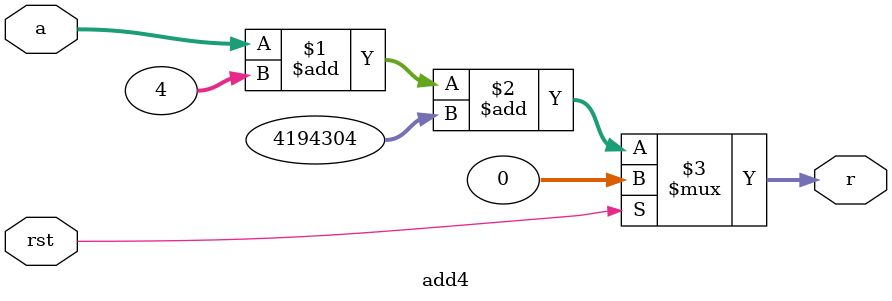
<source format=v>
`timescale 1ns / 1ps


module add4(
    input [31:0] a,
    output [31:0] r,
    input rst
    );
    //for jal
    assign r = rst? 0 : a + 4 + 32'h00400000;
endmodule

</source>
